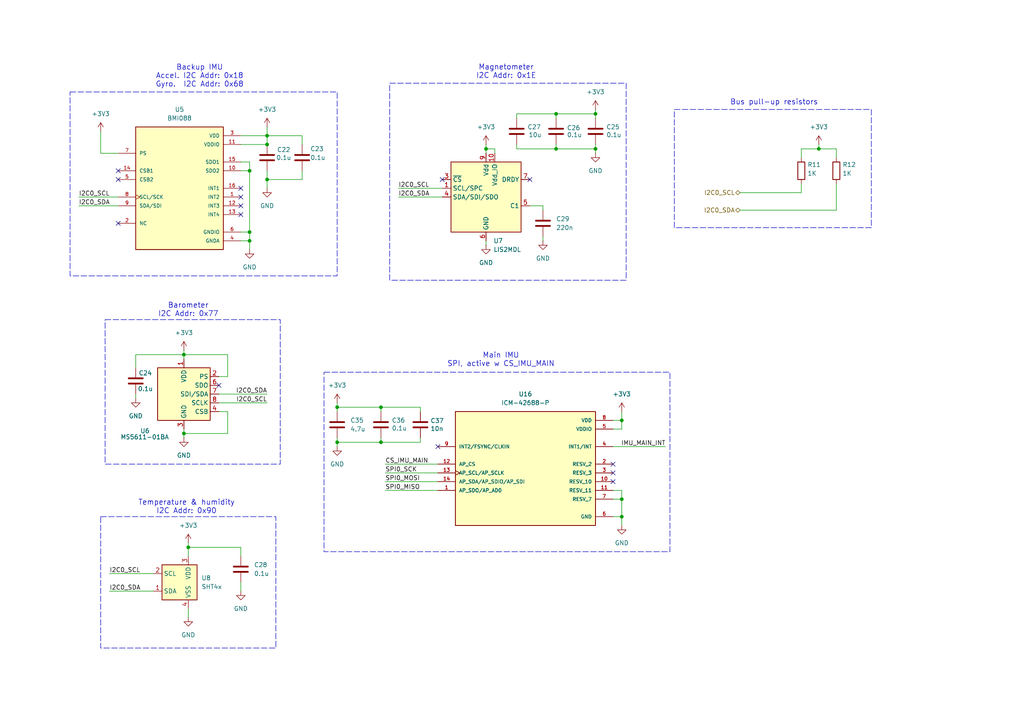
<source format=kicad_sch>
(kicad_sch (version 20250114) (generator "eeschema") (generator_version "9.0")
  (paper "A4")
  (lib_symbols
    (symbol "Device:C" (pin_numbers (hide yes)) (pin_names (offset 0.254))
      (property "Reference" "C" (at 0.635 2.54 0))
      (property "Value" "C" (at 0.635 -2.54 0))
      (symbol "C_0_1"
        (polyline (pts (xy -2.032 0.762) (xy 2.032 0.762)) (stroke (width 0.508)))
        (polyline (pts (xy -2.032 -0.762) (xy 2.032 -0.762)) (stroke (width 0.508)))
      )
      (symbol "C_1_1"
        (pin passive line (at 0 3.81 270) (length 2.794) (name "~") (number "1"))
        (pin passive line (at 0 -3.81 90) (length 2.794) (name "~") (number "2"))
      )
    )
    (symbol "Device:R" (pin_numbers (hide yes)) (pin_names (offset 0))
      (property "Reference" "R" (at 2.032 0 90))
      (property "Value" "R" (at 0 0 90))
      (symbol "R_0_1"
        (rectangle (start -1.016 -2.54) (end 1.016 2.54) (stroke (width 0.254)))
      )
      (symbol "R_1_1"
        (pin passive line (at 0 3.81 270) (length 1.27) (name "~") (number "1"))
        (pin passive line (at 0 -3.81 90) (length 1.27) (name "~") (number "2"))
      )
    )
    (symbol "LRI_partlib:BMI088" (pin_names (offset 1.016))
      (property "Reference" "U" (at -12.7 18.415 0))
      (property "Value" "BMI088" (at -12.7 -20.32 0))
      (symbol "BMI088_0_0"
        (rectangle (start -12.7 -17.78) (end 12.7 17.78) (stroke (width 0.254)) (fill (type background)))
        (pin input line (at -17.78 10.16 0) (length 5.08) (name "PS") (number "7"))
        (pin input line (at -17.78 5.08 0) (length 5.08) (name "CSB1") (number "14"))
        (pin input line (at -17.78 2.54 0) (length 5.08) (name "CSB2") (number "5"))
        (pin input clock (at -17.78 -2.54 0) (length 5.08) (name "SCL/SCK") (number "8"))
        (pin bidirectional line (at -17.78 -5.08 0) (length 5.08) (name "SDA/SDI") (number "9"))
        (pin passive line (at -17.78 -10.16 0) (length 5.08) (name "NC") (number "2"))
        (pin power_in line (at 17.78 15.24 180) (length 5.08) (name "VDD") (number "3"))
        (pin power_in line (at 17.78 12.7 180) (length 5.08) (name "VDDIO") (number "11"))
        (pin output line (at 17.78 7.62 180) (length 5.08) (name "SDO1") (number "15"))
        (pin output line (at 17.78 5.08 180) (length 5.08) (name "SDO2") (number "10"))
        (pin bidirectional line (at 17.78 0 180) (length 5.08) (name "INT1") (number "16"))
        (pin bidirectional line (at 17.78 -2.54 180) (length 5.08) (name "INT2") (number "1"))
        (pin bidirectional line (at 17.78 -5.08 180) (length 5.08) (name "INT3") (number "12"))
        (pin bidirectional line (at 17.78 -7.62 180) (length 5.08) (name "INT4") (number "13"))
        (pin power_in line (at 17.78 -12.7 180) (length 5.08) (name "GNDIO") (number "6"))
        (pin power_in line (at 17.78 -15.24 180) (length 5.08) (name "GNDA") (number "4"))
      )
    )
    (symbol "LRI_partlib:ICM-42688-P" (pin_names (offset 1.016))
      (property "Reference" "U" (at -20.32 16.002 0))
      (property "Value" "ICM-42688-P" (at -20.32 -20.32 0))
      (symbol "ICM-42688-P_0_0"
        (rectangle (start -20.32 -17.78) (end 20.32 15.24) (stroke (width 0.254)) (fill (type background)))
        (pin bidirectional line (at -25.4 5.08 0) (length 5.08) (name "INT2/FSYNC/CLKIN") (number "9"))
        (pin input line (at -25.4 0 0) (length 5.08) (name "AP_CS") (number "12"))
        (pin input clock (at -25.4 -2.54 0) (length 5.08) (name "AP_SCL/AP_SCLK") (number "13"))
        (pin bidirectional line (at -25.4 -5.08 0) (length 5.08) (name "AP_SDA/AP_SDIO/AP_SDI") (number "14"))
        (pin bidirectional line (at -25.4 -7.62 0) (length 5.08) (name "AP_SDO/AP_AD0") (number "1"))
        (pin power_in line (at 25.4 12.7 180) (length 5.08) (name "VDD") (number "8"))
        (pin power_in line (at 25.4 10.16 180) (length 5.08) (name "VDDIO") (number "5"))
        (pin output line (at 25.4 5.08 180) (length 5.08) (name "INT1/INT") (number "4"))
        (pin passive line (at 25.4 0 180) (length 5.08) (name "RESV_2") (number "2"))
        (pin passive line (at 25.4 -2.54 180) (length 5.08) (name "RESV_3") (number "3"))
        (pin passive line (at 25.4 -5.08 180) (length 5.08) (name "RESV_10") (number "10"))
        (pin passive line (at 25.4 -7.62 180) (length 5.08) (name "RESV_11") (number "11"))
        (pin passive line (at 25.4 -10.16 180) (length 5.08) (name "RESV_7") (number "7"))
        (pin power_in line (at 25.4 -15.24 180) (length 5.08) (name "GND") (number "6"))
      )
    )
    (symbol "Sensor_Humidity:SHT4x"
      (property "Reference" "U" (at 0 8.89 0))
      (property "Value" "SHT4x" (at 0 6.35 0))
      (symbol "SHT4x_1_1"
        (rectangle (start -5.08 5.08) (end 5.08 -5.08) (stroke (width 0.254)) (fill (type background)))
        (pin input line (at -7.62 2.54 0) (length 2.54) (name "SCL") (number "2"))
        (pin bidirectional line (at -7.62 -2.54 0) (length 2.54) (name "SDA") (number "1"))
        (pin power_in line (at 2.54 7.62 270) (length 2.54) (name "VDD") (number "3"))
        (pin power_in line (at 2.54 -7.62 90) (length 2.54) (name "VSS") (number "4"))
      )
    )
    (symbol "Sensor_Magnetic:LIS2MDL"
      (property "Reference" "U" (at -8.89 11.43 0))
      (property "Value" "LIS2MDL" (at 7.62 11.43 0))
      (symbol "LIS2MDL_0_1"
        (rectangle (start -10.16 10.16) (end 10.16 -10.16) (stroke (width 0.254)) (fill (type background)))
      )
      (symbol "LIS2MDL_1_1"
        (pin input line (at -12.7 5.08 0) (length 2.54) (name "~{CS}") (number "3"))
        (pin input line (at -12.7 2.54 0) (length 2.54) (name "SCL/SPC") (number "1"))
        (pin bidirectional line (at -12.7 0 0) (length 2.54) (name "SDA/SDI/SDO") (number "4"))
        (pin no_connect line (at -10.16 -5.08 0) (length 2.54) (hide yes) (name "NC") (number "2"))
        (pin no_connect line (at -10.16 -7.62 0) (length 2.54) (hide yes) (name "NC") (number "11"))
        (pin power_in line (at 0 12.7 270) (length 2.54) (name "Vdd") (number "9"))
        (pin power_in line (at 0 -12.7 90) (length 2.54) (name "GND") (number "6"))
        (pin passive line (at 0 -12.7 90) (length 2.54) (hide yes) (name "GND") (number "8"))
        (pin power_in line (at 2.54 12.7 270) (length 2.54) (name "Vdd_IO") (number "10"))
        (pin no_connect line (at 10.16 -7.62 180) (length 2.54) (hide yes) (name "NC") (number "12"))
        (pin output line (at 12.7 5.08 180) (length 2.54) (name "DRDY") (number "7"))
        (pin power_out line (at 12.7 -2.54 180) (length 2.54) (name "C1") (number "5"))
      )
    )
    (symbol "Sensor_Pressure:MS5611-01BA"
      (property "Reference" "U" (at -6.35 8.89 0))
      (property "Value" "MS5611-01BA" (at 7.62 8.89 0))
      (symbol "MS5611-01BA_0_1"
        (rectangle (start -7.62 7.62) (end 7.62 -7.62) (stroke (width 0.254)) (fill (type background)))
      )
      (symbol "MS5611-01BA_1_1"
        (pin input line (at -10.16 5.08 0) (length 2.54) (name "PS") (number "2"))
        (pin output line (at -10.16 2.54 0) (length 2.54) (name "SDO") (number "6"))
        (pin bidirectional line (at -10.16 0 0) (length 2.54) (name "SDI/SDA") (number "7"))
        (pin input line (at -10.16 -2.54 0) (length 2.54) (name "SCLK") (number "8"))
        (pin input line (at -10.16 -5.08 0) (length 2.54) (name "CSB") (number "4"))
        (pin input line (at -10.16 -5.08 0) (length 2.54) (hide yes) (name "CSB") (number "5"))
        (pin power_in line (at 0 10.16 270) (length 2.54) (name "VDD") (number "1"))
        (pin power_in line (at 0 -10.16 90) (length 2.54) (name "GND") (number "3"))
      )
    )
    (symbol "power:+3V3" (power) (pin_numbers (hide yes)) (pin_names (offset 0) (hide yes))
      (property "Value" "+3V3" (at 0 3.556 0))
      (symbol "+3V3_0_1"
        (polyline (pts (xy -0.762 1.27) (xy 0 2.54)))
        (polyline (pts (xy 0 2.54) (xy 0.762 1.27)))
        (polyline (pts (xy 0 0) (xy 0 2.54)))
      )
      (symbol "+3V3_1_1"
        (pin power_in line (at 0 0 90) (length 0) (name "~") (number "1"))
      )
    )
    (symbol "power:GND" (power) (pin_numbers (hide yes)) (pin_names (offset 0) (hide yes))
      (property "Value" "GND" (at 0 -3.81 0))
      (symbol "GND_0_1"
        (polyline (pts (xy 0 0) (xy 0 -1.27) (xy 1.27 -1.27) (xy 0 -2.54) (xy -1.27 -1.27) (xy 0 -1.27)))
      )
      (symbol "GND_1_1"
        (pin power_in line (at 0 0 270) (length 0) (name "~") (number "1"))
      )
    )
  )
  (rectangle (start 93.98 107.95) (end 194.31 160.02) (stroke (width 0) (type dash)))
  (rectangle (start 113.03 24.13) (end 181.61 81.28) (stroke (width 0) (type dash)))
  (rectangle (start 20.32 26.67) (end 97.79 80.01) (stroke (width 0) (type dash)))
  (rectangle (start 30.48 92.71) (end 81.28 134.62) (stroke (width 0) (type dash)))
  (rectangle (start 29.21 149.86) (end 80.01 187.96) (stroke (width 0) (type dash)))
  (rectangle (start 195.58 31.75) (end 252.73 66.04) (stroke (width 0) (type dash)))
  (text "Bus pull-up resistors" (at 224.536 29.718 0) (effects (font (size 1.524 1.524))))
  (text "Backup IMU\nAccel. I2C Addr: 0x18\nGyro.  I2C Addr: 0x68" (at 57.912 22.098 0) (effects (font (size 1.524 1.524))))
  (text "Temperature & humidity\nI2C Addr: 0x90" (at 54.102 147.066 0) (effects (font (size 1.524 1.524))))
  (text "Main IMU\nSPI, active w CS_IMU_MAIN" (at 145.288 104.394 0) (effects (font (size 1.524 1.524))))
  (text "Barometer\nI2C Addr: 0x77" (at 54.61 89.916 0) (effects (font (size 1.524 1.524))))
  (text "Magnetometer\nI2C Addr: 0x1E" (at 146.812 20.828 0) (effects (font (size 1.524 1.524))))
  (junction (at 97.79 128.27))
  (junction (at 180.34 121.92))
  (junction (at 54.61 158.75))
  (junction (at 237.49 43.18))
  (junction (at 53.34 102.87))
  (junction (at 161.29 33.02))
  (junction (at 72.39 69.85))
  (junction (at 180.34 144.78))
  (junction (at 161.29 43.18))
  (junction (at 53.34 125.73))
  (junction (at 140.97 43.18))
  (junction (at 110.49 128.27))
  (junction (at 72.39 67.31))
  (junction (at 180.34 149.86))
  (junction (at 110.49 118.11))
  (junction (at 77.47 41.91))
  (junction (at 77.47 52.07))
  (junction (at 72.39 49.53))
  (junction (at 97.79 118.11))
  (junction (at 172.72 43.18))
  (junction (at 172.72 33.02))
  (junction (at 77.47 39.37))
  (no_connect (at 69.85 57.15))
  (no_connect (at 34.29 64.77))
  (no_connect (at 34.29 49.53))
  (no_connect (at 63.5 111.76))
  (no_connect (at 177.8 137.16))
  (no_connect (at 69.85 62.23))
  (no_connect (at 127 129.54))
  (no_connect (at 128.27 52.07))
  (no_connect (at 177.8 134.62))
  (no_connect (at 34.29 52.07))
  (no_connect (at 177.8 139.7))
  (no_connect (at 153.67 52.07))
  (no_connect (at 69.85 54.61))
  (no_connect (at 69.85 59.69))
  (wire (pts (xy 161.29 34.29) (xy 161.29 33.02)))
  (wire (pts (xy 69.85 67.31) (xy 72.39 67.31)))
  (wire (pts (xy 177.8 124.46) (xy 180.34 124.46)))
  (wire (pts (xy 161.29 43.18) (xy 161.29 41.91)))
  (wire (pts (xy 39.37 102.87) (xy 39.37 106.68)))
  (wire (pts (xy 97.79 119.38) (xy 97.79 118.11)))
  (wire (pts (xy 63.5 116.84) (xy 77.47 116.84)))
  (wire (pts (xy 69.85 46.99) (xy 72.39 46.99)))
  (wire (pts (xy 69.85 158.75) (xy 54.61 158.75)))
  (wire (pts (xy 69.85 168.91) (xy 69.85 171.45)))
  (wire (pts (xy 143.51 43.18) (xy 140.97 43.18)))
  (wire (pts (xy 53.34 101.6) (xy 53.34 102.87)))
  (wire (pts (xy 177.8 129.54) (xy 193.04 129.54)))
  (wire (pts (xy 66.04 109.22) (xy 66.04 102.87)))
  (wire (pts (xy 72.39 67.31) (xy 72.39 69.85)))
  (wire (pts (xy 180.34 121.92) (xy 180.34 124.46)))
  (wire (pts (xy 177.8 121.92) (xy 180.34 121.92)))
  (wire (pts (xy 110.49 118.11) (xy 121.92 118.11)))
  (wire (pts (xy 115.57 57.15) (xy 128.27 57.15)))
  (wire (pts (xy 53.34 125.73) (xy 53.34 127)))
  (wire (pts (xy 97.79 118.11) (xy 110.49 118.11)))
  (wire (pts (xy 149.86 34.29) (xy 149.86 33.02)))
  (wire (pts (xy 39.37 114.3) (xy 39.37 115.57)))
  (wire (pts (xy 87.63 41.91) (xy 87.63 39.37)))
  (wire (pts (xy 63.5 114.3) (xy 77.47 114.3)))
  (wire (pts (xy 54.61 157.48) (xy 54.61 158.75)))
  (wire (pts (xy 172.72 43.18) (xy 161.29 43.18)))
  (wire (pts (xy 121.92 119.38) (xy 121.92 118.11)))
  (wire (pts (xy 63.5 119.38) (xy 66.04 119.38)))
  (wire (pts (xy 115.57 54.61) (xy 128.27 54.61)))
  (wire (pts (xy 172.72 43.18) (xy 172.72 44.45)))
  (wire (pts (xy 110.49 128.27) (xy 121.92 128.27)))
  (wire (pts (xy 77.47 39.37) (xy 87.63 39.37)))
  (wire (pts (xy 140.97 41.91) (xy 140.97 43.18)))
  (wire (pts (xy 29.21 44.45) (xy 34.29 44.45)))
  (wire (pts (xy 121.92 127) (xy 121.92 128.27)))
  (wire (pts (xy 232.41 43.18) (xy 232.41 45.72)))
  (wire (pts (xy 237.49 43.18) (xy 232.41 43.18)))
  (wire (pts (xy 180.34 149.86) (xy 177.8 149.86)))
  (wire (pts (xy 157.48 59.69) (xy 157.48 60.96)))
  (wire (pts (xy 72.39 72.39) (xy 72.39 69.85)))
  (wire (pts (xy 161.29 33.02) (xy 172.72 33.02)))
  (wire (pts (xy 22.86 59.69) (xy 34.29 59.69)))
  (wire (pts (xy 242.57 45.72) (xy 242.57 43.18)))
  (wire (pts (xy 180.34 144.78) (xy 180.34 149.86)))
  (wire (pts (xy 110.49 118.11) (xy 110.49 119.38)))
  (wire (pts (xy 214.63 55.88) (xy 232.41 55.88)))
  (wire (pts (xy 172.72 33.02) (xy 172.72 34.29)))
  (wire (pts (xy 63.5 109.22) (xy 66.04 109.22)))
  (wire (pts (xy 110.49 128.27) (xy 110.49 127)))
  (wire (pts (xy 237.49 41.91) (xy 237.49 43.18)))
  (wire (pts (xy 72.39 69.85) (xy 69.85 69.85)))
  (wire (pts (xy 54.61 176.53) (xy 54.61 179.07)))
  (wire (pts (xy 149.86 43.18) (xy 161.29 43.18)))
  (wire (pts (xy 180.34 149.86) (xy 180.34 152.4)))
  (wire (pts (xy 66.04 125.73) (xy 53.34 125.73)))
  (wire (pts (xy 140.97 69.85) (xy 140.97 71.12)))
  (wire (pts (xy 53.34 124.46) (xy 53.34 125.73)))
  (wire (pts (xy 77.47 36.83) (xy 77.47 39.37)))
  (wire (pts (xy 87.63 49.53) (xy 87.63 52.07)))
  (wire (pts (xy 149.86 33.02) (xy 161.29 33.02)))
  (wire (pts (xy 232.41 53.34) (xy 232.41 55.88)))
  (wire (pts (xy 172.72 31.75) (xy 172.72 33.02)))
  (wire (pts (xy 149.86 41.91) (xy 149.86 43.18)))
  (wire (pts (xy 242.57 43.18) (xy 237.49 43.18)))
  (wire (pts (xy 69.85 161.29) (xy 69.85 158.75)))
  (wire (pts (xy 66.04 119.38) (xy 66.04 125.73)))
  (wire (pts (xy 97.79 127) (xy 97.79 128.27)))
  (wire (pts (xy 31.75 166.37) (xy 44.45 166.37)))
  (wire (pts (xy 77.47 52.07) (xy 77.47 54.61)))
  (wire (pts (xy 97.79 128.27) (xy 110.49 128.27)))
  (wire (pts (xy 69.85 41.91) (xy 77.47 41.91)))
  (wire (pts (xy 53.34 102.87) (xy 66.04 102.87)))
  (wire (pts (xy 77.47 41.91) (xy 77.47 39.37)))
  (wire (pts (xy 111.76 137.16) (xy 127 137.16)))
  (wire (pts (xy 77.47 49.53) (xy 77.47 52.07)))
  (wire (pts (xy 53.34 102.87) (xy 39.37 102.87)))
  (wire (pts (xy 77.47 52.07) (xy 87.63 52.07)))
  (wire (pts (xy 72.39 46.99) (xy 72.39 49.53)))
  (wire (pts (xy 214.63 60.96) (xy 242.57 60.96)))
  (wire (pts (xy 140.97 43.18) (xy 140.97 44.45)))
  (wire (pts (xy 242.57 53.34) (xy 242.57 60.96)))
  (wire (pts (xy 22.86 57.15) (xy 34.29 57.15)))
  (wire (pts (xy 111.76 139.7) (xy 127 139.7)))
  (wire (pts (xy 177.8 142.24) (xy 180.34 142.24)))
  (wire (pts (xy 72.39 49.53) (xy 72.39 67.31)))
  (wire (pts (xy 69.85 49.53) (xy 72.39 49.53)))
  (wire (pts (xy 153.67 59.69) (xy 157.48 59.69)))
  (wire (pts (xy 172.72 41.91) (xy 172.72 43.18)))
  (wire (pts (xy 111.76 142.24) (xy 127 142.24)))
  (wire (pts (xy 111.76 134.62) (xy 127 134.62)))
  (wire (pts (xy 97.79 116.84) (xy 97.79 118.11)))
  (wire (pts (xy 31.75 171.45) (xy 44.45 171.45)))
  (wire (pts (xy 180.34 142.24) (xy 180.34 144.78)))
  (wire (pts (xy 97.79 128.27) (xy 97.79 129.54)))
  (wire (pts (xy 177.8 144.78) (xy 180.34 144.78)))
  (wire (pts (xy 143.51 44.45) (xy 143.51 43.18)))
  (wire (pts (xy 29.21 38.1) (xy 29.21 44.45)))
  (wire (pts (xy 77.47 39.37) (xy 69.85 39.37)))
  (wire (pts (xy 54.61 158.75) (xy 54.61 161.29)))
  (wire (pts (xy 53.34 102.87) (xy 53.34 104.14)))
  (wire (pts (xy 157.48 68.58) (xy 157.48 69.85)))
  (wire (pts (xy 180.34 119.38) (xy 180.34 121.92)))
  (label "I2C0_SDA" (at 115.57 57.15 0))
  (label "I2C0_SCL" (at 22.86 57.15 0))
  (label "I2C0_SCL" (at 115.57 54.61 0))
  (label "SPI0_MISO" (at 111.76 142.24 0))
  (label "I2C0_SDA" (at 77.47 114.3 180))
  (label "CS_IMU_MAIN" (at 111.76 134.62 0))
  (label "SPI0_SCK" (at 111.76 137.16 0))
  (label "SPI0_MOSI" (at 111.76 139.7 0))
  (label "I2C0_SDA" (at 22.86 59.69 0))
  (label "I2C0_SDA" (at 31.75 171.45 0))
  (label "I2C0_SCL" (at 77.47 116.84 180))
  (label "I2C0_SCL" (at 31.75 166.37 0))
  (label "IMU_MAIN_INT" (at 193.04 129.54 180))
  (hierarchical_label "I2C0_SDA" (shape bidirectional) (at 214.63 60.96 180))
  (hierarchical_label "I2C0_SCL" (shape bidirectional) (at 214.63 55.88 180))
  (symbol (lib_id "power:GND") (at 180.34 152.4 0) (unit 1)
    (property "Reference" "#PWR082" (effects (hide yes)))
    (property "Value" "GND" (at 180.34 157.48 0))
    (property "Description" "Power symbol creates a global label with name \"GND\" , ground" (effects (hide yes)))
  )
  (symbol (lib_id "Device:C") (at 157.48 64.77 0) (unit 1)
    (property "Reference" "C29" (at 161.29 63.4999 0) (effects (justify left)))
    (property "Value" "220n" (at 161.29 66.0399 0) (effects (justify left)))
    (property "Footprint" "Capacitor_SMD:C_0603_1608Metric" (effects (hide yes)))
    (property "Description" "Unpolarized capacitor" (effects (hide yes)))
  )
  (symbol (lib_id "Sensor_Humidity:SHT4x") (at 52.07 168.91 0) (unit 1)
    (property "Reference" "U8" (at 58.42 167.6399 0) (effects (justify left)))
    (property "Value" "SHT4x" (at 58.42 170.1799 0) (effects (justify left)))
    (property "Footprint" "Sensor_Humidity:Sensirion_DFN-4_1.5x1.5mm_P0.8mm_SHT4x_NoCentralPad" (effects (hide yes)))
    (property "Datasheet" "https://sensirion.com/media/documents/33FD6951/624C4357/Datasheet_SHT4x.pdf" (effects (hide yes)))
    (property "Description" "Digital Humidity and Temperature Sensor, ±1%RH, ±0.1°C, I2C, 1.08-3.6V, 16bit, DFN-4" (effects (hide yes)))
  )
  (symbol (lib_id "power:GND") (at 140.97 71.12 0) (unit 1)
    (property "Reference" "#PWR027" (effects (hide yes)))
    (property "Value" "GND" (at 140.97 76.2 0))
    (property "Description" "Power symbol creates a global label with name \"GND\" , ground" (effects (hide yes)))
  )
  (symbol (lib_id "Device:C") (at 161.29 38.1 0) (unit 1)
    (property "Reference" "C26" (at 166.37 37.084 0))
    (property "Value" "0.1u" (at 166.624 39.116 0))
    (property "Footprint" "Capacitor_SMD:C_0603_1608Metric" (effects (hide yes)))
    (property "Description" "Unpolarized capacitor" (effects (hide yes)))
  )
  (symbol (lib_id "Device:C") (at 39.37 110.49 180) (unit 1)
    (property "Reference" "C24" (at 42.164 108.204 0))
    (property "Value" "0.1u" (at 42.164 112.776 0))
    (property "Footprint" "Capacitor_SMD:C_0603_1608Metric" (effects (hide yes)))
    (property "Description" "Unpolarized capacitor" (effects (hide yes)))
  )
  (symbol (lib_id "power:GND") (at 39.37 115.57 0) (unit 1)
    (property "Reference" "#PWR01" (effects (hide yes)))
    (property "Value" "GND" (at 39.37 120.65 0))
    (property "Description" "Power symbol creates a global label with name \"GND\" , ground" (effects (hide yes)))
  )
  (symbol (lib_id "Device:R") (at 232.41 49.53 0) (unit 1)
    (property "Reference" "R11" (at 234.188 47.752 0) (effects (justify left)))
    (property "Value" "1K" (at 234.188 50.292 0) (effects (justify left)))
    (property "Footprint" "Resistor_SMD:R_0603_1608Metric" (effects (hide yes)))
    (property "Description" "Resistor" (effects (hide yes)))
  )
  (symbol (lib_id "Device:C") (at 149.86 38.1 180) (unit 1)
    (property "Reference" "C27" (at 154.94 36.83 0))
    (property "Value" "10u" (at 155.194 39.116 0))
    (property "Footprint" "Capacitor_SMD:C_0805_2012Metric" (effects (hide yes)))
    (property "Description" "Unpolarized capacitor" (effects (hide yes)))
  )
  (symbol (lib_id "power:+3V3") (at 237.49 41.91 0) (unit 1)
    (property "Reference" "#PWR036" (effects (hide yes)))
    (property "Value" "+3V3" (at 237.49 36.83 0))
    (property "Description" "Power symbol creates a global label with name \"+3V3\"" (effects (hide yes)))
  )
  (symbol (lib_id "power:GND") (at 72.39 72.39 0) (unit 1)
    (property "Reference" "#PWR031" (effects (hide yes)))
    (property "Value" "GND" (at 72.39 77.47 0))
    (property "Description" "Power symbol creates a global label with name \"GND\" , ground" (effects (hide yes)))
  )
  (symbol (lib_id "power:+3V3") (at 53.34 101.6 0) (unit 1)
    (property "Reference" "#PWR034" (effects (hide yes)))
    (property "Value" "+3V3" (at 53.34 96.52 0))
    (property "Description" "Power symbol creates a global label with name \"+3V3\"" (effects (hide yes)))
  )
  (symbol (lib_id "Sensor_Pressure:MS5611-01BA") (at 53.34 114.3 0) (mirror y) (unit 1)
    (property "Reference" "U6" (at 43.434 124.968 0) (effects (justify left)))
    (property "Value" "MS5611-01BA" (at 49.022 126.746 0) (effects (justify left)))
    (property "Footprint" "Package_LGA:LGA-8_3x5mm_P1.25mm" (effects (hide yes)))
    (property "Datasheet" "https://www.te.com/commerce/DocumentDelivery/DDEController?Action=srchrtrv&DocNm=MS5611-01BA03&DocType=Data+Sheet&DocLang=English" (effects (hide yes)))
    (property "Description" "Barometric pressure sensor, 10cm resolution, 10 to 1200 mbar, I2C and SPI interface up to 20MHz, LGA-8" (effects (hide yes)))
  )
  (symbol (lib_id "power:GND") (at 172.72 44.45 0) (unit 1)
    (property "Reference" "#PWR079" (effects (hide yes)))
    (property "Value" "GND" (at 172.72 49.53 0))
    (property "Description" "Power symbol creates a global label with name \"GND\" , ground" (effects (hide yes)))
  )
  (symbol (lib_id "LRI_partlib:ICM-42688-P") (at 152.4 134.62 0) (unit 1)
    (property "Reference" "U16" (at 152.4 114.3 0))
    (property "Value" "ICM-42688-P" (at 152.4 116.84 0))
    (property "Footprint" "LRI_partlib:IIM42352" (effects (hide yes)))
    (property "MF" "TDK InvenSense" (effects (hide yes)))
    (property "MAXIMUM_PACKAGE_HEIGHT" "0.97mm" (effects (hide yes)))
    (property "Package" "LGA-14 TDK InvenSense" (effects (hide yes)))
    (property "Price" "None" (effects (hide yes)))
    (property "Check_prices" "https://www.snapeda.com/parts/ICM-42688-P/TDK/view-part/?ref=eda" (effects (hide yes)))
    (property "STANDARD" "IPC-7351B" (effects (hide yes)))
    (property "PARTREV" "1.2" (effects (hide yes)))
    (property "SnapEDA_Link" "https://www.snapeda.com/parts/ICM-42688-P/TDK/view-part/?ref=snap" (effects (hide yes)))
    (property "MP" "ICM-42688-P" (effects (hide yes)))
    (property "Description_1" "Accelerometer, Gyroscope, 6 Axis Sensor - Output" (effects (hide yes)))
    (property "Availability" "In Stock" (effects (hide yes)))
    (property "MANUFACTURER" "TDK InvenSense" (effects (hide yes)))
  )
  (symbol (lib_id "power:+3V3") (at 29.21 38.1 0) (unit 1)
    (property "Reference" "#PWR029" (effects (hide yes)))
    (property "Value" "+3V3" (at 29.21 33.02 0))
    (property "Description" "Power symbol creates a global label with name \"+3V3\"" (effects (hide yes)))
  )
  (symbol (lib_id "Device:C") (at 97.79 123.19 0) (unit 1)
    (property "Reference" "C35" (at 101.6 121.92 0) (effects (justify left)))
    (property "Value" "4.7u" (at 101.6 124.46 0) (effects (justify left)))
    (property "Footprint" "Capacitor_SMD:C_0402_1005Metric" (effects (hide yes)))
  )
  (symbol (lib_id "power:GND") (at 77.47 54.61 0) (unit 1)
    (property "Reference" "#PWR033" (effects (hide yes)))
    (property "Value" "GND" (at 77.47 59.69 0))
    (property "Description" "Power symbol creates a global label with name \"GND\" , ground" (effects (hide yes)))
  )
  (symbol (lib_id "Device:C") (at 87.63 45.72 180) (unit 1)
    (property "Reference" "C23" (at 91.948 43.18 0))
    (property "Value" "0.1u" (at 92.202 45.72 0))
    (property "Footprint" "Capacitor_SMD:C_0603_1608Metric" (effects (hide yes)))
    (property "Description" "Unpolarized capacitor" (effects (hide yes)))
  )
  (symbol (lib_id "Device:R") (at 242.57 49.53 0) (unit 1)
    (property "Reference" "R12" (at 244.348 47.752 0) (effects (justify left)))
    (property "Value" "1K" (at 244.348 50.292 0) (effects (justify left)))
    (property "Footprint" "Resistor_SMD:R_0603_1608Metric" (effects (hide yes)))
    (property "Description" "Resistor" (effects (hide yes)))
  )
  (symbol (lib_id "Device:C") (at 77.47 45.72 180) (unit 1)
    (property "Reference" "C22" (at 82.296 43.434 0))
    (property "Value" "0.1u" (at 82.296 45.72 0))
    (property "Footprint" "Capacitor_SMD:C_0603_1608Metric" (effects (hide yes)))
    (property "Description" "Unpolarized capacitor" (effects (hide yes)))
  )
  (symbol (lib_id "Device:C") (at 121.92 123.19 0) (unit 1)
    (property "Reference" "C37" (at 124.841 122.0216 0) (effects (justify left)))
    (property "Value" "10n" (at 124.841 124.333 0) (effects (justify left)))
    (property "Footprint" "Capacitor_SMD:C_0603_1608Metric" (effects (hide yes)))
  )
  (symbol (lib_id "Device:C") (at 172.72 38.1 180) (unit 1)
    (property "Reference" "C25" (at 177.8 36.83 0))
    (property "Value" "0.1u" (at 178.054 39.116 0))
    (property "Footprint" "Capacitor_SMD:C_0603_1608Metric" (effects (hide yes)))
    (property "Description" "Unpolarized capacitor" (effects (hide yes)))
  )
  (symbol (lib_id "power:GND") (at 53.34 127 0) (unit 1)
    (property "Reference" "#PWR026" (effects (hide yes)))
    (property "Value" "GND" (at 53.34 132.08 0))
    (property "Description" "Power symbol creates a global label with name \"GND\" , ground" (effects (hide yes)))
  )
  (symbol (lib_id "power:+3V3") (at 180.34 119.38 0) (unit 1)
    (property "Reference" "#PWR084" (effects (hide yes)))
    (property "Value" "+3V3" (at 180.34 114.3 0))
    (property "Description" "Power symbol creates a global label with name \"+3V3\"" (effects (hide yes)))
  )
  (symbol (lib_id "power:+3V3") (at 54.61 157.48 0) (unit 1)
    (property "Reference" "#PWR041" (effects (hide yes)))
    (property "Value" "+3V3" (at 54.61 152.4 0))
    (property "Description" "Power symbol creates a global label with name \"+3V3\"" (effects (hide yes)))
  )
  (symbol (lib_id "power:GND") (at 69.85 171.45 0) (unit 1)
    (property "Reference" "#PWR042" (effects (hide yes)))
    (property "Value" "GND" (at 69.85 176.53 0))
    (property "Description" "Power symbol creates a global label with name \"GND\" , ground" (effects (hide yes)))
  )
  (symbol (lib_id "power:+3V3") (at 77.47 36.83 0) (unit 1)
    (property "Reference" "#PWR030" (effects (hide yes)))
    (property "Value" "+3V3" (at 77.47 31.75 0))
    (property "Description" "Power symbol creates a global label with name \"+3V3\"" (effects (hide yes)))
  )
  (symbol (lib_id "power:+3V3") (at 172.72 31.75 0) (unit 1)
    (property "Reference" "#PWR081" (effects (hide yes)))
    (property "Value" "+3V3" (at 172.72 26.67 0))
    (property "Description" "Power symbol creates a global label with name \"+3V3\"" (effects (hide yes)))
  )
  (symbol (lib_id "Device:C") (at 69.85 165.1 0) (unit 1)
    (property "Reference" "C28" (at 73.66 163.8299 0) (effects (justify left)))
    (property "Value" "0.1u" (at 73.66 166.3699 0) (effects (justify left)))
    (property "Footprint" "Capacitor_SMD:C_0603_1608Metric" (effects (hide yes)))
    (property "Description" "Unpolarized capacitor" (effects (hide yes)))
  )
  (symbol (lib_id "power:GND") (at 157.48 69.85 0) (unit 1)
    (property "Reference" "#PWR078" (effects (hide yes)))
    (property "Value" "GND" (at 157.48 74.93 0))
    (property "Description" "Power symbol creates a global label with name \"GND\" , ground" (effects (hide yes)))
  )
  (symbol (lib_id "power:+3V3") (at 97.79 116.84 0) (unit 1)
    (property "Reference" "#PWR083" (effects (hide yes)))
    (property "Value" "+3V3" (at 97.79 111.76 0))
    (property "Description" "Power symbol creates a global label with name \"+3V3\"" (effects (hide yes)))
  )
  (symbol (lib_id "power:GND") (at 97.79 129.54 0) (unit 1)
    (property "Reference" "#PWR085" (effects (hide yes)))
    (property "Value" "GND" (at 97.79 134.62 0))
    (property "Description" "Power symbol creates a global label with name \"GND\" , ground" (effects (hide yes)))
  )
  (symbol (lib_id "power:GND") (at 54.61 179.07 0) (unit 1)
    (property "Reference" "#PWR040" (effects (hide yes)))
    (property "Value" "GND" (at 54.61 184.15 0))
    (property "Description" "Power symbol creates a global label with name \"GND\" , ground" (effects (hide yes)))
  )
  (symbol (lib_id "Device:C") (at 110.49 123.19 180) (unit 1)
    (property "Reference" "C36" (at 115.57 121.92 0))
    (property "Value" "0.1u" (at 115.824 124.206 0))
    (property "Footprint" "Capacitor_SMD:C_0603_1608Metric" (effects (hide yes)))
    (property "Description" "Unpolarized capacitor" (effects (hide yes)))
  )
  (symbol (lib_id "Sensor_Magnetic:LIS2MDL") (at 140.97 57.15 0) (unit 1)
    (property "Reference" "U7" (at 143.1133 69.85 0) (effects (justify left)))
    (property "Value" "LIS2MDL" (at 143.1133 72.39 0) (effects (justify left)))
    (property "Footprint" "Package_LGA:LGA-12_2x2mm_P0.5mm" (effects (hide yes)))
    (property "Datasheet" "https://www.st.com/resource/en/datasheet/lis2mdl.pdf" (effects (hide yes)))
    (property "Description" "Ultra-low-power, 3-axis digital output magnetometer, LGA-12" (effects (hide yes)))
  )
  (symbol (lib_id "power:+3V3") (at 140.97 41.91 0) (unit 1)
    (property "Reference" "#PWR080" (effects (hide yes)))
    (property "Value" "+3V3" (at 140.97 36.83 0))
    (property "Description" "Power symbol creates a global label with name \"+3V3\"" (effects (hide yes)))
  )
  (symbol (lib_id "LRI_partlib:BMI088") (at 52.07 54.61 0) (unit 1)
    (property "Reference" "U5" (at 52.07 31.75 0))
    (property "Value" "BMI088" (at 52.07 34.29 0))
    (property "Footprint" "LRI_partlib:QFN_BMI085_BOS" (effects (hide yes)))
    (property "Description" "Accelerometer, Gyroscope, 6 Axis Sensor I²C, SPI Output" (effects (hide yes)))
    (property "MF" "Bosch Sensortec" (effects (hide yes)))
    (property "PURCHASE-URL" "https://pricing.snapeda.com/search/part/BMI088/?ref=eda" (effects (hide yes)))
    (property "PACKAGE" "VFLGA-16 Bosch Sensortec" (effects (hide yes)))
    (property "PRICE" "None" (effects (hide yes)))
    (property "MP" "BMI088" (effects (hide yes)))
    (property "AVAILABILITY" "In Stock" (effects (hide yes)))
  )
)
</source>
